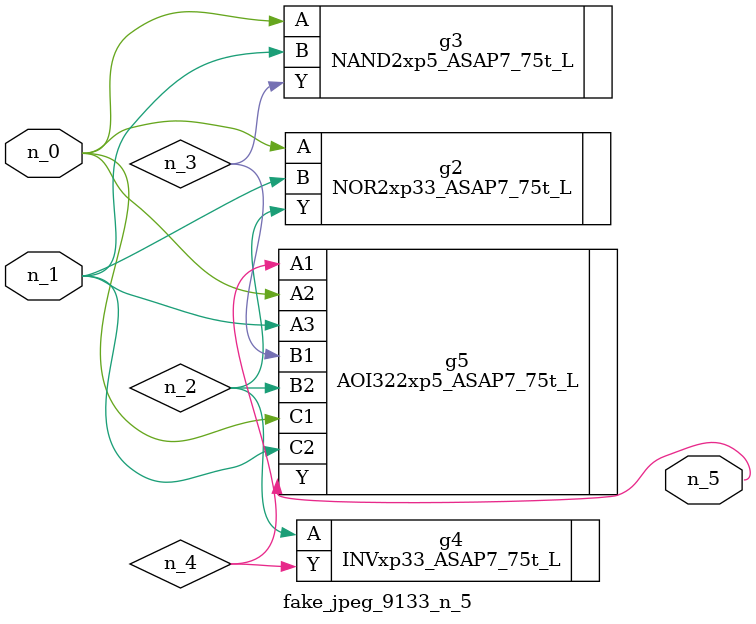
<source format=v>
module fake_jpeg_9133_n_5 (n_0, n_1, n_5);

input n_0;
input n_1;

output n_5;

wire n_3;
wire n_2;
wire n_4;

NOR2xp33_ASAP7_75t_L g2 ( 
.A(n_0),
.B(n_1),
.Y(n_2)
);

NAND2xp5_ASAP7_75t_L g3 ( 
.A(n_0),
.B(n_1),
.Y(n_3)
);

INVxp33_ASAP7_75t_L g4 ( 
.A(n_2),
.Y(n_4)
);

AOI322xp5_ASAP7_75t_L g5 ( 
.A1(n_4),
.A2(n_0),
.A3(n_1),
.B1(n_3),
.B2(n_2),
.C1(n_0),
.C2(n_1),
.Y(n_5)
);


endmodule
</source>
